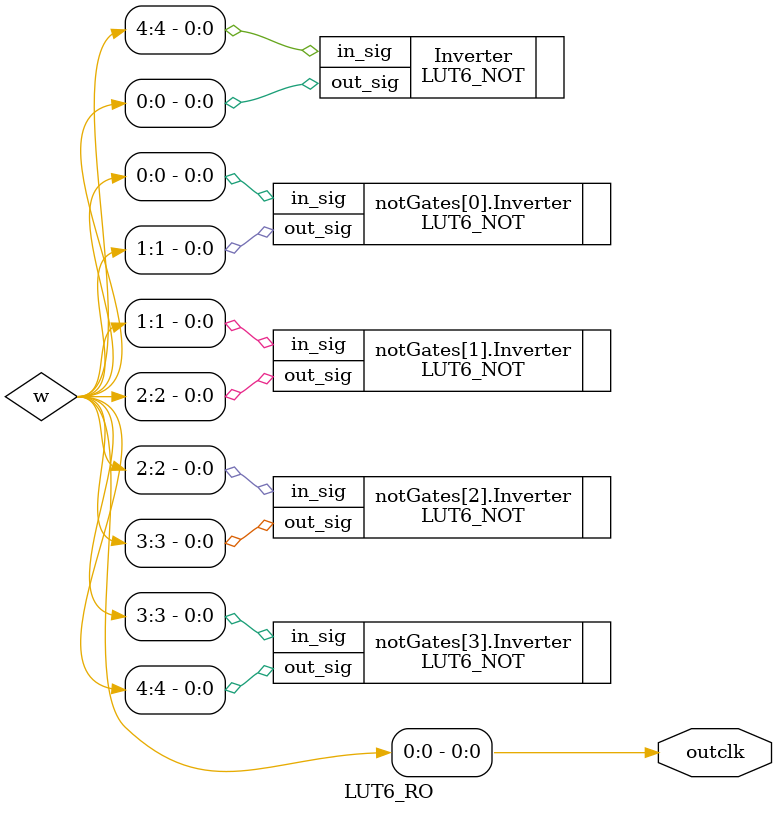
<source format=v>
`timescale 1ns / 1ps


module LUT6_RO(
    output outclk
    );
(*DONT_TOUCH= "true"*) parameter SIZE = 5; // This is the length of your ROs(* KEEP = "TRUE" *)
(*DONT_TOUCH= "true"*) wire [SIZE-1 : 0] w;
generate
genvar i;
for (i=0; i<SIZE-1; i=i+1) 
begin : notGates
    (*DONT_TOUCH= "true"*) LUT6_NOT Inverter(.in_sig(w[i]), .out_sig(w[i+1]));
end
endgenerate
(*DONT_TOUCH= "true"*) LUT6_NOT Inverter(.in_sig(w[SIZE-1]), .out_sig(w[0]) ); //nand Control(w[0], w[SIZE-1], rst);
assign outclk = w[0];
endmodule

</source>
